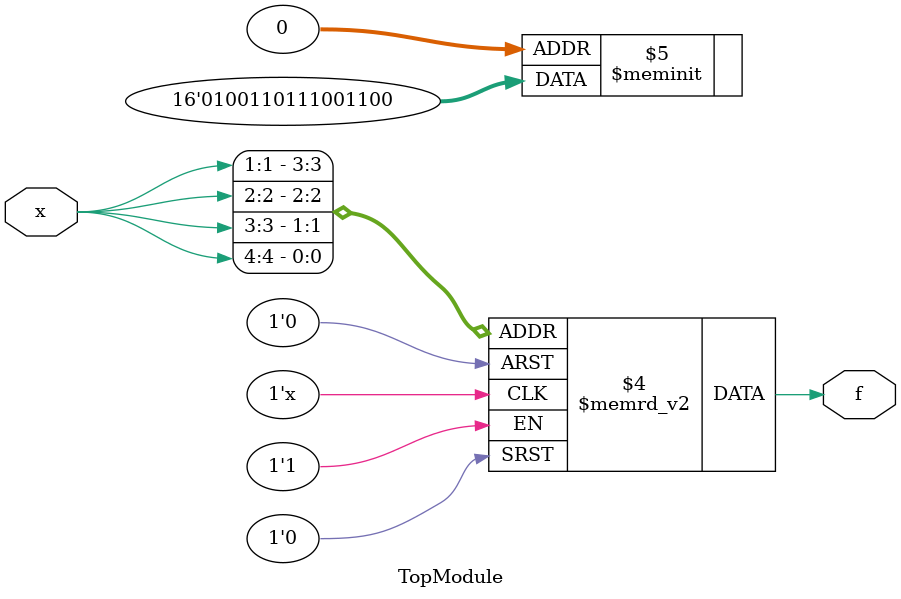
<source format=sv>

module TopModule (
  input [4:1] x,
  output logic f
);
always @(*) begin
    case ({x[1], x[2], x[3], x[4]})
        4'b0000: f = 1'b0; // d -> 0
        4'b0001: f = 1'b0;
        4'b0010: f = 1'b1; // d -> 1
        4'b0011: f = 1'b1;
        4'b0100: f = 1'b0; // d -> 0
        4'b0101: f = 1'b0; // d -> 0
        4'b0110: f = 1'b1; // d -> 1
        4'b0111: f = 1'b1;
        4'b1000: f = 1'b1; // d -> 1
        4'b1001: f = 1'b0;
        4'b1010: f = 1'b1; // d -> 1
        4'b1011: f = 1'b1; // d -> 1
        4'b1100: f = 1'b0; // d -> 0
        4'b1101: f = 1'b0; // d -> 0
        4'b1110: f = 1'b1; // d -> 1
        4'b1111: f = 1'b0; // d -> 0
        default: f = 1'b0;
    endcase
end
endmodule

</source>
